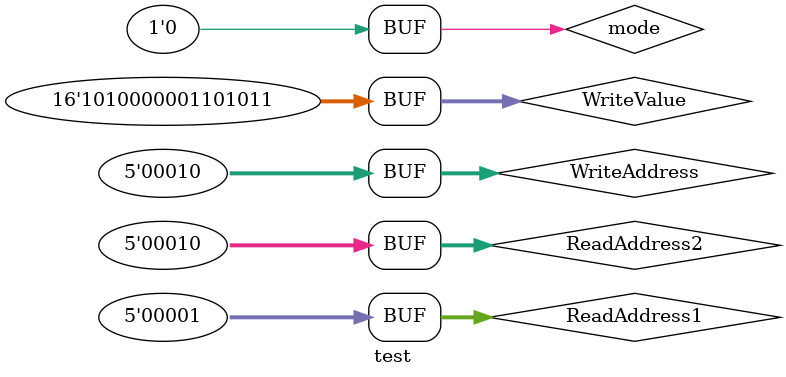
<source format=v>
`include "RegisterFile.v"

module test;

reg mode; // mode = 0 - Read Mode | mode = 1 - Write Mode

reg [5:1] WriteAddress;
reg [16:1] WriteValue;

reg [5:1] ReadAddress1, ReadAddress2;
wire [16:1] ReadValue1, ReadValue2;
RegisterFile_16Bit_32Size rf (mode, WriteAddress, WriteValue, ReadAddress1, ReadAddress2, ReadValue1, ReadValue2);

wire [16:1] Sum;
wire Carry;
// Adder16Bit addr (ReadValue1, ReadValue2, Sum, Carry);

initial begin
    $monitor($time, ": Read1: %b = %b (%d), Read2: %b = %b (%d)", 
        ReadAddress1, ReadValue1, ReadValue1, 
        ReadAddress2, ReadValue2, ReadValue2
    );
end

initial begin
    WriteAddress = 5'b00000;
    WriteValue = 16'b001001000110010;
    mode = 1'b1;
    #10
    mode = 1'b0; ReadAddress1 = 5'b00000; ReadAddress2 = 5'b00001;
    #10
    WriteAddress = 5'b00001; WriteValue = 16'b0001001001100011; #1 mode = 1'b1;
    #10
    mode = 1'b0; ReadAddress1 = 5'b00000; ReadAddress2 = 5'b00001;
    #10
    WriteAddress = 5'b00010; WriteValue = 16'b1010000001101011; #1 mode = 1'b1;
    #10
    mode = 1'b0; ReadAddress1 = 5'b00001; ReadAddress2 = 5'b00010;
end

endmodule
</source>
